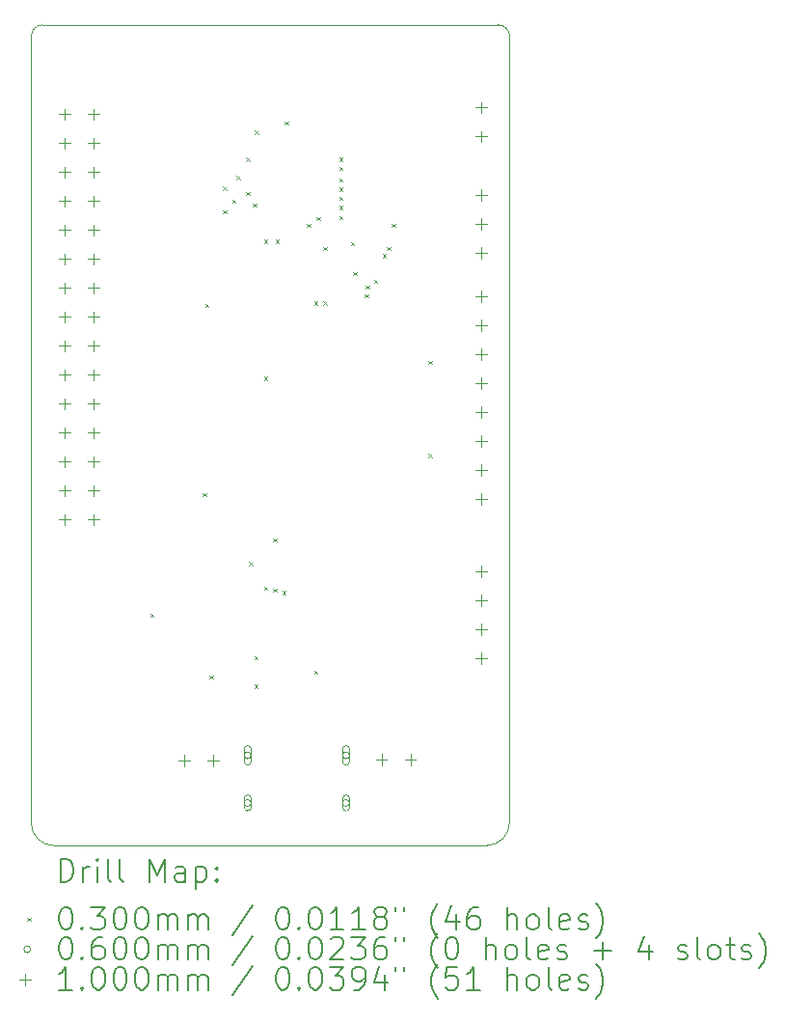
<source format=gbr>
%TF.GenerationSoftware,KiCad,Pcbnew,8.0.6*%
%TF.CreationDate,2024-12-02T04:17:25+07:00*%
%TF.ProjectId,PCB,5043422e-6b69-4636-9164-5f7063625858,rev?*%
%TF.SameCoordinates,Original*%
%TF.FileFunction,Drillmap*%
%TF.FilePolarity,Positive*%
%FSLAX45Y45*%
G04 Gerber Fmt 4.5, Leading zero omitted, Abs format (unit mm)*
G04 Created by KiCad (PCBNEW 8.0.6) date 2024-12-02 04:17:25*
%MOMM*%
%LPD*%
G01*
G04 APERTURE LIST*
%ADD10C,0.100000*%
%ADD11C,0.200000*%
G04 APERTURE END LIST*
D10*
X9800000Y-9000000D02*
G75*
G02*
X9600000Y-8800000I0J200000D01*
G01*
X13798579Y-8798579D02*
G75*
G02*
X13598579Y-8998579I-200000J0D01*
G01*
X13700000Y-1800000D02*
G75*
G02*
X13800000Y-1900000I0J-100000D01*
G01*
X9600000Y-1900000D02*
G75*
G02*
X9700000Y-1800000I100000J0D01*
G01*
X9600000Y-8800000D02*
X9600000Y-1900000D01*
X13598579Y-8998579D02*
X9800000Y-9000000D01*
X13800000Y-1900000D02*
X13798579Y-8798579D01*
X9700000Y-1800000D02*
X13700000Y-1800000D01*
D11*
D10*
X10645000Y-6965000D02*
X10675000Y-6995000D01*
X10675000Y-6965000D02*
X10645000Y-6995000D01*
X11105000Y-5905000D02*
X11135000Y-5935000D01*
X11135000Y-5905000D02*
X11105000Y-5935000D01*
X11125000Y-4245000D02*
X11155000Y-4275000D01*
X11155000Y-4245000D02*
X11125000Y-4275000D01*
X11165000Y-7505000D02*
X11195000Y-7535000D01*
X11195000Y-7505000D02*
X11165000Y-7535000D01*
X11285000Y-3218514D02*
X11315000Y-3248514D01*
X11315000Y-3218514D02*
X11285000Y-3248514D01*
X11285000Y-3425000D02*
X11315000Y-3455000D01*
X11315000Y-3425000D02*
X11285000Y-3455000D01*
X11365000Y-3331000D02*
X11395000Y-3361000D01*
X11395000Y-3331000D02*
X11365000Y-3361000D01*
X11404182Y-3125818D02*
X11434181Y-3155818D01*
X11434181Y-3125818D02*
X11404182Y-3155818D01*
X11485000Y-3265000D02*
X11515000Y-3295000D01*
X11515000Y-3265000D02*
X11485000Y-3295000D01*
X11485818Y-2964182D02*
X11515818Y-2994181D01*
X11515818Y-2964182D02*
X11485818Y-2994181D01*
X11510000Y-6510000D02*
X11540000Y-6540000D01*
X11540000Y-6510000D02*
X11510000Y-6540000D01*
X11545000Y-3365000D02*
X11575000Y-3395000D01*
X11575000Y-3365000D02*
X11545000Y-3395000D01*
X11560000Y-7335000D02*
X11590000Y-7365000D01*
X11590000Y-7335000D02*
X11560000Y-7365000D01*
X11560000Y-7585000D02*
X11590000Y-7615000D01*
X11590000Y-7585000D02*
X11560000Y-7615000D01*
X11565000Y-2725000D02*
X11595000Y-2755000D01*
X11595000Y-2725000D02*
X11565000Y-2755000D01*
X11645000Y-3685000D02*
X11675000Y-3715000D01*
X11675000Y-3685000D02*
X11645000Y-3715000D01*
X11645000Y-4885000D02*
X11675000Y-4915000D01*
X11675000Y-4885000D02*
X11645000Y-4915000D01*
X11645000Y-6725000D02*
X11675000Y-6755000D01*
X11675000Y-6725000D02*
X11645000Y-6755000D01*
X11725000Y-6305000D02*
X11755000Y-6335000D01*
X11755000Y-6305000D02*
X11725000Y-6335000D01*
X11725000Y-6745000D02*
X11755000Y-6775000D01*
X11755000Y-6745000D02*
X11725000Y-6775000D01*
X11745000Y-3685000D02*
X11775000Y-3715000D01*
X11775000Y-3685000D02*
X11745000Y-3715000D01*
X11805000Y-6765000D02*
X11835000Y-6795000D01*
X11835000Y-6765000D02*
X11805000Y-6795000D01*
X11825000Y-2645000D02*
X11855000Y-2675000D01*
X11855000Y-2645000D02*
X11825000Y-2675000D01*
X12018594Y-3545000D02*
X12048594Y-3575000D01*
X12048594Y-3545000D02*
X12018594Y-3575000D01*
X12085000Y-4225000D02*
X12115000Y-4255000D01*
X12115000Y-4225000D02*
X12085000Y-4255000D01*
X12085000Y-7465000D02*
X12115000Y-7495000D01*
X12115000Y-7465000D02*
X12085000Y-7495000D01*
X12105000Y-3485000D02*
X12135000Y-3515000D01*
X12135000Y-3485000D02*
X12105000Y-3515000D01*
X12162726Y-3745000D02*
X12192726Y-3775000D01*
X12192726Y-3745000D02*
X12162726Y-3775000D01*
X12165000Y-4225000D02*
X12195000Y-4255000D01*
X12195000Y-4225000D02*
X12165000Y-4255000D01*
X12305000Y-2965000D02*
X12335000Y-2995000D01*
X12335000Y-2965000D02*
X12305000Y-2995000D01*
X12305000Y-3045000D02*
X12335000Y-3075000D01*
X12335000Y-3045000D02*
X12305000Y-3075000D01*
X12305000Y-3145000D02*
X12335000Y-3175000D01*
X12335000Y-3145000D02*
X12305000Y-3175000D01*
X12305000Y-3225000D02*
X12335000Y-3255000D01*
X12335000Y-3225000D02*
X12305000Y-3255000D01*
X12305000Y-3305000D02*
X12335000Y-3335000D01*
X12335000Y-3305000D02*
X12305000Y-3335000D01*
X12305000Y-3385000D02*
X12335000Y-3415000D01*
X12335000Y-3385000D02*
X12305000Y-3415000D01*
X12305000Y-3475000D02*
X12335000Y-3505000D01*
X12335000Y-3475000D02*
X12305000Y-3505000D01*
X12405000Y-3705000D02*
X12435000Y-3735000D01*
X12435000Y-3705000D02*
X12405000Y-3735000D01*
X12425000Y-3965000D02*
X12455000Y-3995000D01*
X12455000Y-3965000D02*
X12425000Y-3995000D01*
X12527267Y-4160069D02*
X12557267Y-4190069D01*
X12557267Y-4160069D02*
X12527267Y-4190069D01*
X12535000Y-4085000D02*
X12565000Y-4115000D01*
X12565000Y-4085000D02*
X12535000Y-4115000D01*
X12610000Y-4035000D02*
X12640000Y-4065000D01*
X12640000Y-4035000D02*
X12610000Y-4065000D01*
X12685000Y-3810000D02*
X12715000Y-3840000D01*
X12715000Y-3810000D02*
X12685000Y-3840000D01*
X12725000Y-3745000D02*
X12755000Y-3775000D01*
X12755000Y-3745000D02*
X12725000Y-3775000D01*
X12765000Y-3545000D02*
X12795000Y-3575000D01*
X12795000Y-3545000D02*
X12765000Y-3575000D01*
X13085000Y-4745000D02*
X13115000Y-4775000D01*
X13115000Y-4745000D02*
X13085000Y-4775000D01*
X13085000Y-5565000D02*
X13115000Y-5595000D01*
X13115000Y-5565000D02*
X13085000Y-5595000D01*
X11530000Y-8207500D02*
G75*
G02*
X11470000Y-8207500I-30000J0D01*
G01*
X11470000Y-8207500D02*
G75*
G02*
X11530000Y-8207500I30000J0D01*
G01*
X11470000Y-8152500D02*
X11470000Y-8262500D01*
X11530000Y-8262500D02*
G75*
G02*
X11470000Y-8262500I-30000J0D01*
G01*
X11530000Y-8262500D02*
X11530000Y-8152500D01*
X11530000Y-8152500D02*
G75*
G03*
X11470000Y-8152500I-30000J0D01*
G01*
X11530000Y-8625500D02*
G75*
G02*
X11470000Y-8625500I-30000J0D01*
G01*
X11470000Y-8625500D02*
G75*
G02*
X11530000Y-8625500I30000J0D01*
G01*
X11470000Y-8585500D02*
X11470000Y-8665500D01*
X11530000Y-8665500D02*
G75*
G02*
X11470000Y-8665500I-30000J0D01*
G01*
X11530000Y-8665500D02*
X11530000Y-8585500D01*
X11530000Y-8585500D02*
G75*
G03*
X11470000Y-8585500I-30000J0D01*
G01*
X12394000Y-8207500D02*
G75*
G02*
X12334000Y-8207500I-30000J0D01*
G01*
X12334000Y-8207500D02*
G75*
G02*
X12394000Y-8207500I30000J0D01*
G01*
X12334000Y-8152500D02*
X12334000Y-8262500D01*
X12394000Y-8262500D02*
G75*
G02*
X12334000Y-8262500I-30000J0D01*
G01*
X12394000Y-8262500D02*
X12394000Y-8152500D01*
X12394000Y-8152500D02*
G75*
G03*
X12334000Y-8152500I-30000J0D01*
G01*
X12394000Y-8625500D02*
G75*
G02*
X12334000Y-8625500I-30000J0D01*
G01*
X12334000Y-8625500D02*
G75*
G02*
X12394000Y-8625500I30000J0D01*
G01*
X12334000Y-8585500D02*
X12334000Y-8665500D01*
X12394000Y-8665500D02*
G75*
G02*
X12334000Y-8665500I-30000J0D01*
G01*
X12394000Y-8665500D02*
X12394000Y-8585500D01*
X12394000Y-8585500D02*
G75*
G03*
X12334000Y-8585500I-30000J0D01*
G01*
X9896000Y-2534000D02*
X9896000Y-2634000D01*
X9846000Y-2584000D02*
X9946000Y-2584000D01*
X9896000Y-2788000D02*
X9896000Y-2888000D01*
X9846000Y-2838000D02*
X9946000Y-2838000D01*
X9896000Y-3042000D02*
X9896000Y-3142000D01*
X9846000Y-3092000D02*
X9946000Y-3092000D01*
X9896000Y-3296000D02*
X9896000Y-3396000D01*
X9846000Y-3346000D02*
X9946000Y-3346000D01*
X9896000Y-3550000D02*
X9896000Y-3650000D01*
X9846000Y-3600000D02*
X9946000Y-3600000D01*
X9896000Y-3804000D02*
X9896000Y-3904000D01*
X9846000Y-3854000D02*
X9946000Y-3854000D01*
X9896000Y-4058000D02*
X9896000Y-4158000D01*
X9846000Y-4108000D02*
X9946000Y-4108000D01*
X9896000Y-4312000D02*
X9896000Y-4412000D01*
X9846000Y-4362000D02*
X9946000Y-4362000D01*
X9896000Y-4566000D02*
X9896000Y-4666000D01*
X9846000Y-4616000D02*
X9946000Y-4616000D01*
X9896000Y-4820000D02*
X9896000Y-4920000D01*
X9846000Y-4870000D02*
X9946000Y-4870000D01*
X9896000Y-5074000D02*
X9896000Y-5174000D01*
X9846000Y-5124000D02*
X9946000Y-5124000D01*
X9896000Y-5328000D02*
X9896000Y-5428000D01*
X9846000Y-5378000D02*
X9946000Y-5378000D01*
X9896000Y-5582000D02*
X9896000Y-5682000D01*
X9846000Y-5632000D02*
X9946000Y-5632000D01*
X9896000Y-5836000D02*
X9896000Y-5936000D01*
X9846000Y-5886000D02*
X9946000Y-5886000D01*
X9896000Y-6090000D02*
X9896000Y-6190000D01*
X9846000Y-6140000D02*
X9946000Y-6140000D01*
X10150000Y-2534000D02*
X10150000Y-2634000D01*
X10100000Y-2584000D02*
X10200000Y-2584000D01*
X10150000Y-2788000D02*
X10150000Y-2888000D01*
X10100000Y-2838000D02*
X10200000Y-2838000D01*
X10150000Y-3042000D02*
X10150000Y-3142000D01*
X10100000Y-3092000D02*
X10200000Y-3092000D01*
X10150000Y-3296000D02*
X10150000Y-3396000D01*
X10100000Y-3346000D02*
X10200000Y-3346000D01*
X10150000Y-3550000D02*
X10150000Y-3650000D01*
X10100000Y-3600000D02*
X10200000Y-3600000D01*
X10150000Y-3804000D02*
X10150000Y-3904000D01*
X10100000Y-3854000D02*
X10200000Y-3854000D01*
X10150000Y-4058000D02*
X10150000Y-4158000D01*
X10100000Y-4108000D02*
X10200000Y-4108000D01*
X10150000Y-4312000D02*
X10150000Y-4412000D01*
X10100000Y-4362000D02*
X10200000Y-4362000D01*
X10150000Y-4566000D02*
X10150000Y-4666000D01*
X10100000Y-4616000D02*
X10200000Y-4616000D01*
X10150000Y-4820000D02*
X10150000Y-4920000D01*
X10100000Y-4870000D02*
X10200000Y-4870000D01*
X10150000Y-5074000D02*
X10150000Y-5174000D01*
X10100000Y-5124000D02*
X10200000Y-5124000D01*
X10150000Y-5328000D02*
X10150000Y-5428000D01*
X10100000Y-5378000D02*
X10200000Y-5378000D01*
X10150000Y-5582000D02*
X10150000Y-5682000D01*
X10100000Y-5632000D02*
X10200000Y-5632000D01*
X10150000Y-5836000D02*
X10150000Y-5936000D01*
X10100000Y-5886000D02*
X10200000Y-5886000D01*
X10150000Y-6090000D02*
X10150000Y-6190000D01*
X10100000Y-6140000D02*
X10200000Y-6140000D01*
X10946000Y-8200000D02*
X10946000Y-8300000D01*
X10896000Y-8250000D02*
X10996000Y-8250000D01*
X11200000Y-8200000D02*
X11200000Y-8300000D01*
X11150000Y-8250000D02*
X11250000Y-8250000D01*
X12675000Y-8197500D02*
X12675000Y-8297500D01*
X12625000Y-8247500D02*
X12725000Y-8247500D01*
X12929000Y-8197500D02*
X12929000Y-8297500D01*
X12879000Y-8247500D02*
X12979000Y-8247500D01*
X13550000Y-3242000D02*
X13550000Y-3342000D01*
X13500000Y-3292000D02*
X13600000Y-3292000D01*
X13550000Y-3496000D02*
X13550000Y-3596000D01*
X13500000Y-3546000D02*
X13600000Y-3546000D01*
X13550000Y-3750000D02*
X13550000Y-3850000D01*
X13500000Y-3800000D02*
X13600000Y-3800000D01*
X13550000Y-4130000D02*
X13550000Y-4230000D01*
X13500000Y-4180000D02*
X13600000Y-4180000D01*
X13550000Y-4384000D02*
X13550000Y-4484000D01*
X13500000Y-4434000D02*
X13600000Y-4434000D01*
X13550000Y-4638000D02*
X13550000Y-4738000D01*
X13500000Y-4688000D02*
X13600000Y-4688000D01*
X13550000Y-4892000D02*
X13550000Y-4992000D01*
X13500000Y-4942000D02*
X13600000Y-4942000D01*
X13550000Y-5146000D02*
X13550000Y-5246000D01*
X13500000Y-5196000D02*
X13600000Y-5196000D01*
X13550000Y-5400000D02*
X13550000Y-5500000D01*
X13500000Y-5450000D02*
X13600000Y-5450000D01*
X13550000Y-5654000D02*
X13550000Y-5754000D01*
X13500000Y-5704000D02*
X13600000Y-5704000D01*
X13550000Y-5908000D02*
X13550000Y-6008000D01*
X13500000Y-5958000D02*
X13600000Y-5958000D01*
X13550000Y-6546000D02*
X13550000Y-6646000D01*
X13500000Y-6596000D02*
X13600000Y-6596000D01*
X13550000Y-6800000D02*
X13550000Y-6900000D01*
X13500000Y-6850000D02*
X13600000Y-6850000D01*
X13550000Y-7054000D02*
X13550000Y-7154000D01*
X13500000Y-7104000D02*
X13600000Y-7104000D01*
X13550000Y-7308000D02*
X13550000Y-7408000D01*
X13500000Y-7358000D02*
X13600000Y-7358000D01*
X13552500Y-2475000D02*
X13552500Y-2575000D01*
X13502500Y-2525000D02*
X13602500Y-2525000D01*
X13552500Y-2729000D02*
X13552500Y-2829000D01*
X13502500Y-2779000D02*
X13602500Y-2779000D01*
D11*
X9855777Y-9316484D02*
X9855777Y-9116484D01*
X9855777Y-9116484D02*
X9903396Y-9116484D01*
X9903396Y-9116484D02*
X9931967Y-9126008D01*
X9931967Y-9126008D02*
X9951015Y-9145055D01*
X9951015Y-9145055D02*
X9960539Y-9164103D01*
X9960539Y-9164103D02*
X9970063Y-9202198D01*
X9970063Y-9202198D02*
X9970063Y-9230769D01*
X9970063Y-9230769D02*
X9960539Y-9268865D01*
X9960539Y-9268865D02*
X9951015Y-9287912D01*
X9951015Y-9287912D02*
X9931967Y-9306960D01*
X9931967Y-9306960D02*
X9903396Y-9316484D01*
X9903396Y-9316484D02*
X9855777Y-9316484D01*
X10055777Y-9316484D02*
X10055777Y-9183150D01*
X10055777Y-9221246D02*
X10065301Y-9202198D01*
X10065301Y-9202198D02*
X10074824Y-9192674D01*
X10074824Y-9192674D02*
X10093872Y-9183150D01*
X10093872Y-9183150D02*
X10112920Y-9183150D01*
X10179586Y-9316484D02*
X10179586Y-9183150D01*
X10179586Y-9116484D02*
X10170063Y-9126008D01*
X10170063Y-9126008D02*
X10179586Y-9135531D01*
X10179586Y-9135531D02*
X10189110Y-9126008D01*
X10189110Y-9126008D02*
X10179586Y-9116484D01*
X10179586Y-9116484D02*
X10179586Y-9135531D01*
X10303396Y-9316484D02*
X10284348Y-9306960D01*
X10284348Y-9306960D02*
X10274824Y-9287912D01*
X10274824Y-9287912D02*
X10274824Y-9116484D01*
X10408158Y-9316484D02*
X10389110Y-9306960D01*
X10389110Y-9306960D02*
X10379586Y-9287912D01*
X10379586Y-9287912D02*
X10379586Y-9116484D01*
X10636729Y-9316484D02*
X10636729Y-9116484D01*
X10636729Y-9116484D02*
X10703396Y-9259341D01*
X10703396Y-9259341D02*
X10770063Y-9116484D01*
X10770063Y-9116484D02*
X10770063Y-9316484D01*
X10951015Y-9316484D02*
X10951015Y-9211722D01*
X10951015Y-9211722D02*
X10941491Y-9192674D01*
X10941491Y-9192674D02*
X10922444Y-9183150D01*
X10922444Y-9183150D02*
X10884348Y-9183150D01*
X10884348Y-9183150D02*
X10865301Y-9192674D01*
X10951015Y-9306960D02*
X10931967Y-9316484D01*
X10931967Y-9316484D02*
X10884348Y-9316484D01*
X10884348Y-9316484D02*
X10865301Y-9306960D01*
X10865301Y-9306960D02*
X10855777Y-9287912D01*
X10855777Y-9287912D02*
X10855777Y-9268865D01*
X10855777Y-9268865D02*
X10865301Y-9249817D01*
X10865301Y-9249817D02*
X10884348Y-9240293D01*
X10884348Y-9240293D02*
X10931967Y-9240293D01*
X10931967Y-9240293D02*
X10951015Y-9230769D01*
X11046253Y-9183150D02*
X11046253Y-9383150D01*
X11046253Y-9192674D02*
X11065301Y-9183150D01*
X11065301Y-9183150D02*
X11103396Y-9183150D01*
X11103396Y-9183150D02*
X11122444Y-9192674D01*
X11122444Y-9192674D02*
X11131967Y-9202198D01*
X11131967Y-9202198D02*
X11141491Y-9221246D01*
X11141491Y-9221246D02*
X11141491Y-9278388D01*
X11141491Y-9278388D02*
X11131967Y-9297436D01*
X11131967Y-9297436D02*
X11122444Y-9306960D01*
X11122444Y-9306960D02*
X11103396Y-9316484D01*
X11103396Y-9316484D02*
X11065301Y-9316484D01*
X11065301Y-9316484D02*
X11046253Y-9306960D01*
X11227205Y-9297436D02*
X11236729Y-9306960D01*
X11236729Y-9306960D02*
X11227205Y-9316484D01*
X11227205Y-9316484D02*
X11217682Y-9306960D01*
X11217682Y-9306960D02*
X11227205Y-9297436D01*
X11227205Y-9297436D02*
X11227205Y-9316484D01*
X11227205Y-9192674D02*
X11236729Y-9202198D01*
X11236729Y-9202198D02*
X11227205Y-9211722D01*
X11227205Y-9211722D02*
X11217682Y-9202198D01*
X11217682Y-9202198D02*
X11227205Y-9192674D01*
X11227205Y-9192674D02*
X11227205Y-9211722D01*
D10*
X9565000Y-9630000D02*
X9595000Y-9660000D01*
X9595000Y-9630000D02*
X9565000Y-9660000D01*
D11*
X9893872Y-9536484D02*
X9912920Y-9536484D01*
X9912920Y-9536484D02*
X9931967Y-9546008D01*
X9931967Y-9546008D02*
X9941491Y-9555531D01*
X9941491Y-9555531D02*
X9951015Y-9574579D01*
X9951015Y-9574579D02*
X9960539Y-9612674D01*
X9960539Y-9612674D02*
X9960539Y-9660293D01*
X9960539Y-9660293D02*
X9951015Y-9698388D01*
X9951015Y-9698388D02*
X9941491Y-9717436D01*
X9941491Y-9717436D02*
X9931967Y-9726960D01*
X9931967Y-9726960D02*
X9912920Y-9736484D01*
X9912920Y-9736484D02*
X9893872Y-9736484D01*
X9893872Y-9736484D02*
X9874824Y-9726960D01*
X9874824Y-9726960D02*
X9865301Y-9717436D01*
X9865301Y-9717436D02*
X9855777Y-9698388D01*
X9855777Y-9698388D02*
X9846253Y-9660293D01*
X9846253Y-9660293D02*
X9846253Y-9612674D01*
X9846253Y-9612674D02*
X9855777Y-9574579D01*
X9855777Y-9574579D02*
X9865301Y-9555531D01*
X9865301Y-9555531D02*
X9874824Y-9546008D01*
X9874824Y-9546008D02*
X9893872Y-9536484D01*
X10046253Y-9717436D02*
X10055777Y-9726960D01*
X10055777Y-9726960D02*
X10046253Y-9736484D01*
X10046253Y-9736484D02*
X10036729Y-9726960D01*
X10036729Y-9726960D02*
X10046253Y-9717436D01*
X10046253Y-9717436D02*
X10046253Y-9736484D01*
X10122444Y-9536484D02*
X10246253Y-9536484D01*
X10246253Y-9536484D02*
X10179586Y-9612674D01*
X10179586Y-9612674D02*
X10208158Y-9612674D01*
X10208158Y-9612674D02*
X10227205Y-9622198D01*
X10227205Y-9622198D02*
X10236729Y-9631722D01*
X10236729Y-9631722D02*
X10246253Y-9650769D01*
X10246253Y-9650769D02*
X10246253Y-9698388D01*
X10246253Y-9698388D02*
X10236729Y-9717436D01*
X10236729Y-9717436D02*
X10227205Y-9726960D01*
X10227205Y-9726960D02*
X10208158Y-9736484D01*
X10208158Y-9736484D02*
X10151015Y-9736484D01*
X10151015Y-9736484D02*
X10131967Y-9726960D01*
X10131967Y-9726960D02*
X10122444Y-9717436D01*
X10370063Y-9536484D02*
X10389110Y-9536484D01*
X10389110Y-9536484D02*
X10408158Y-9546008D01*
X10408158Y-9546008D02*
X10417682Y-9555531D01*
X10417682Y-9555531D02*
X10427205Y-9574579D01*
X10427205Y-9574579D02*
X10436729Y-9612674D01*
X10436729Y-9612674D02*
X10436729Y-9660293D01*
X10436729Y-9660293D02*
X10427205Y-9698388D01*
X10427205Y-9698388D02*
X10417682Y-9717436D01*
X10417682Y-9717436D02*
X10408158Y-9726960D01*
X10408158Y-9726960D02*
X10389110Y-9736484D01*
X10389110Y-9736484D02*
X10370063Y-9736484D01*
X10370063Y-9736484D02*
X10351015Y-9726960D01*
X10351015Y-9726960D02*
X10341491Y-9717436D01*
X10341491Y-9717436D02*
X10331967Y-9698388D01*
X10331967Y-9698388D02*
X10322444Y-9660293D01*
X10322444Y-9660293D02*
X10322444Y-9612674D01*
X10322444Y-9612674D02*
X10331967Y-9574579D01*
X10331967Y-9574579D02*
X10341491Y-9555531D01*
X10341491Y-9555531D02*
X10351015Y-9546008D01*
X10351015Y-9546008D02*
X10370063Y-9536484D01*
X10560539Y-9536484D02*
X10579586Y-9536484D01*
X10579586Y-9536484D02*
X10598634Y-9546008D01*
X10598634Y-9546008D02*
X10608158Y-9555531D01*
X10608158Y-9555531D02*
X10617682Y-9574579D01*
X10617682Y-9574579D02*
X10627205Y-9612674D01*
X10627205Y-9612674D02*
X10627205Y-9660293D01*
X10627205Y-9660293D02*
X10617682Y-9698388D01*
X10617682Y-9698388D02*
X10608158Y-9717436D01*
X10608158Y-9717436D02*
X10598634Y-9726960D01*
X10598634Y-9726960D02*
X10579586Y-9736484D01*
X10579586Y-9736484D02*
X10560539Y-9736484D01*
X10560539Y-9736484D02*
X10541491Y-9726960D01*
X10541491Y-9726960D02*
X10531967Y-9717436D01*
X10531967Y-9717436D02*
X10522444Y-9698388D01*
X10522444Y-9698388D02*
X10512920Y-9660293D01*
X10512920Y-9660293D02*
X10512920Y-9612674D01*
X10512920Y-9612674D02*
X10522444Y-9574579D01*
X10522444Y-9574579D02*
X10531967Y-9555531D01*
X10531967Y-9555531D02*
X10541491Y-9546008D01*
X10541491Y-9546008D02*
X10560539Y-9536484D01*
X10712920Y-9736484D02*
X10712920Y-9603150D01*
X10712920Y-9622198D02*
X10722444Y-9612674D01*
X10722444Y-9612674D02*
X10741491Y-9603150D01*
X10741491Y-9603150D02*
X10770063Y-9603150D01*
X10770063Y-9603150D02*
X10789110Y-9612674D01*
X10789110Y-9612674D02*
X10798634Y-9631722D01*
X10798634Y-9631722D02*
X10798634Y-9736484D01*
X10798634Y-9631722D02*
X10808158Y-9612674D01*
X10808158Y-9612674D02*
X10827205Y-9603150D01*
X10827205Y-9603150D02*
X10855777Y-9603150D01*
X10855777Y-9603150D02*
X10874825Y-9612674D01*
X10874825Y-9612674D02*
X10884348Y-9631722D01*
X10884348Y-9631722D02*
X10884348Y-9736484D01*
X10979586Y-9736484D02*
X10979586Y-9603150D01*
X10979586Y-9622198D02*
X10989110Y-9612674D01*
X10989110Y-9612674D02*
X11008158Y-9603150D01*
X11008158Y-9603150D02*
X11036729Y-9603150D01*
X11036729Y-9603150D02*
X11055777Y-9612674D01*
X11055777Y-9612674D02*
X11065301Y-9631722D01*
X11065301Y-9631722D02*
X11065301Y-9736484D01*
X11065301Y-9631722D02*
X11074825Y-9612674D01*
X11074825Y-9612674D02*
X11093872Y-9603150D01*
X11093872Y-9603150D02*
X11122444Y-9603150D01*
X11122444Y-9603150D02*
X11141491Y-9612674D01*
X11141491Y-9612674D02*
X11151015Y-9631722D01*
X11151015Y-9631722D02*
X11151015Y-9736484D01*
X11541491Y-9526960D02*
X11370063Y-9784103D01*
X11798634Y-9536484D02*
X11817682Y-9536484D01*
X11817682Y-9536484D02*
X11836729Y-9546008D01*
X11836729Y-9546008D02*
X11846253Y-9555531D01*
X11846253Y-9555531D02*
X11855777Y-9574579D01*
X11855777Y-9574579D02*
X11865301Y-9612674D01*
X11865301Y-9612674D02*
X11865301Y-9660293D01*
X11865301Y-9660293D02*
X11855777Y-9698388D01*
X11855777Y-9698388D02*
X11846253Y-9717436D01*
X11846253Y-9717436D02*
X11836729Y-9726960D01*
X11836729Y-9726960D02*
X11817682Y-9736484D01*
X11817682Y-9736484D02*
X11798634Y-9736484D01*
X11798634Y-9736484D02*
X11779586Y-9726960D01*
X11779586Y-9726960D02*
X11770063Y-9717436D01*
X11770063Y-9717436D02*
X11760539Y-9698388D01*
X11760539Y-9698388D02*
X11751015Y-9660293D01*
X11751015Y-9660293D02*
X11751015Y-9612674D01*
X11751015Y-9612674D02*
X11760539Y-9574579D01*
X11760539Y-9574579D02*
X11770063Y-9555531D01*
X11770063Y-9555531D02*
X11779586Y-9546008D01*
X11779586Y-9546008D02*
X11798634Y-9536484D01*
X11951015Y-9717436D02*
X11960539Y-9726960D01*
X11960539Y-9726960D02*
X11951015Y-9736484D01*
X11951015Y-9736484D02*
X11941491Y-9726960D01*
X11941491Y-9726960D02*
X11951015Y-9717436D01*
X11951015Y-9717436D02*
X11951015Y-9736484D01*
X12084348Y-9536484D02*
X12103396Y-9536484D01*
X12103396Y-9536484D02*
X12122444Y-9546008D01*
X12122444Y-9546008D02*
X12131967Y-9555531D01*
X12131967Y-9555531D02*
X12141491Y-9574579D01*
X12141491Y-9574579D02*
X12151015Y-9612674D01*
X12151015Y-9612674D02*
X12151015Y-9660293D01*
X12151015Y-9660293D02*
X12141491Y-9698388D01*
X12141491Y-9698388D02*
X12131967Y-9717436D01*
X12131967Y-9717436D02*
X12122444Y-9726960D01*
X12122444Y-9726960D02*
X12103396Y-9736484D01*
X12103396Y-9736484D02*
X12084348Y-9736484D01*
X12084348Y-9736484D02*
X12065301Y-9726960D01*
X12065301Y-9726960D02*
X12055777Y-9717436D01*
X12055777Y-9717436D02*
X12046253Y-9698388D01*
X12046253Y-9698388D02*
X12036729Y-9660293D01*
X12036729Y-9660293D02*
X12036729Y-9612674D01*
X12036729Y-9612674D02*
X12046253Y-9574579D01*
X12046253Y-9574579D02*
X12055777Y-9555531D01*
X12055777Y-9555531D02*
X12065301Y-9546008D01*
X12065301Y-9546008D02*
X12084348Y-9536484D01*
X12341491Y-9736484D02*
X12227206Y-9736484D01*
X12284348Y-9736484D02*
X12284348Y-9536484D01*
X12284348Y-9536484D02*
X12265301Y-9565055D01*
X12265301Y-9565055D02*
X12246253Y-9584103D01*
X12246253Y-9584103D02*
X12227206Y-9593627D01*
X12531967Y-9736484D02*
X12417682Y-9736484D01*
X12474825Y-9736484D02*
X12474825Y-9536484D01*
X12474825Y-9536484D02*
X12455777Y-9565055D01*
X12455777Y-9565055D02*
X12436729Y-9584103D01*
X12436729Y-9584103D02*
X12417682Y-9593627D01*
X12646253Y-9622198D02*
X12627206Y-9612674D01*
X12627206Y-9612674D02*
X12617682Y-9603150D01*
X12617682Y-9603150D02*
X12608158Y-9584103D01*
X12608158Y-9584103D02*
X12608158Y-9574579D01*
X12608158Y-9574579D02*
X12617682Y-9555531D01*
X12617682Y-9555531D02*
X12627206Y-9546008D01*
X12627206Y-9546008D02*
X12646253Y-9536484D01*
X12646253Y-9536484D02*
X12684348Y-9536484D01*
X12684348Y-9536484D02*
X12703396Y-9546008D01*
X12703396Y-9546008D02*
X12712920Y-9555531D01*
X12712920Y-9555531D02*
X12722444Y-9574579D01*
X12722444Y-9574579D02*
X12722444Y-9584103D01*
X12722444Y-9584103D02*
X12712920Y-9603150D01*
X12712920Y-9603150D02*
X12703396Y-9612674D01*
X12703396Y-9612674D02*
X12684348Y-9622198D01*
X12684348Y-9622198D02*
X12646253Y-9622198D01*
X12646253Y-9622198D02*
X12627206Y-9631722D01*
X12627206Y-9631722D02*
X12617682Y-9641246D01*
X12617682Y-9641246D02*
X12608158Y-9660293D01*
X12608158Y-9660293D02*
X12608158Y-9698388D01*
X12608158Y-9698388D02*
X12617682Y-9717436D01*
X12617682Y-9717436D02*
X12627206Y-9726960D01*
X12627206Y-9726960D02*
X12646253Y-9736484D01*
X12646253Y-9736484D02*
X12684348Y-9736484D01*
X12684348Y-9736484D02*
X12703396Y-9726960D01*
X12703396Y-9726960D02*
X12712920Y-9717436D01*
X12712920Y-9717436D02*
X12722444Y-9698388D01*
X12722444Y-9698388D02*
X12722444Y-9660293D01*
X12722444Y-9660293D02*
X12712920Y-9641246D01*
X12712920Y-9641246D02*
X12703396Y-9631722D01*
X12703396Y-9631722D02*
X12684348Y-9622198D01*
X12798634Y-9536484D02*
X12798634Y-9574579D01*
X12874825Y-9536484D02*
X12874825Y-9574579D01*
X13170063Y-9812674D02*
X13160539Y-9803150D01*
X13160539Y-9803150D02*
X13141491Y-9774579D01*
X13141491Y-9774579D02*
X13131968Y-9755531D01*
X13131968Y-9755531D02*
X13122444Y-9726960D01*
X13122444Y-9726960D02*
X13112920Y-9679341D01*
X13112920Y-9679341D02*
X13112920Y-9641246D01*
X13112920Y-9641246D02*
X13122444Y-9593627D01*
X13122444Y-9593627D02*
X13131968Y-9565055D01*
X13131968Y-9565055D02*
X13141491Y-9546008D01*
X13141491Y-9546008D02*
X13160539Y-9517436D01*
X13160539Y-9517436D02*
X13170063Y-9507912D01*
X13331968Y-9603150D02*
X13331968Y-9736484D01*
X13284348Y-9526960D02*
X13236729Y-9669817D01*
X13236729Y-9669817D02*
X13360539Y-9669817D01*
X13522444Y-9536484D02*
X13484348Y-9536484D01*
X13484348Y-9536484D02*
X13465301Y-9546008D01*
X13465301Y-9546008D02*
X13455777Y-9555531D01*
X13455777Y-9555531D02*
X13436729Y-9584103D01*
X13436729Y-9584103D02*
X13427206Y-9622198D01*
X13427206Y-9622198D02*
X13427206Y-9698388D01*
X13427206Y-9698388D02*
X13436729Y-9717436D01*
X13436729Y-9717436D02*
X13446253Y-9726960D01*
X13446253Y-9726960D02*
X13465301Y-9736484D01*
X13465301Y-9736484D02*
X13503396Y-9736484D01*
X13503396Y-9736484D02*
X13522444Y-9726960D01*
X13522444Y-9726960D02*
X13531968Y-9717436D01*
X13531968Y-9717436D02*
X13541491Y-9698388D01*
X13541491Y-9698388D02*
X13541491Y-9650769D01*
X13541491Y-9650769D02*
X13531968Y-9631722D01*
X13531968Y-9631722D02*
X13522444Y-9622198D01*
X13522444Y-9622198D02*
X13503396Y-9612674D01*
X13503396Y-9612674D02*
X13465301Y-9612674D01*
X13465301Y-9612674D02*
X13446253Y-9622198D01*
X13446253Y-9622198D02*
X13436729Y-9631722D01*
X13436729Y-9631722D02*
X13427206Y-9650769D01*
X13779587Y-9736484D02*
X13779587Y-9536484D01*
X13865301Y-9736484D02*
X13865301Y-9631722D01*
X13865301Y-9631722D02*
X13855777Y-9612674D01*
X13855777Y-9612674D02*
X13836730Y-9603150D01*
X13836730Y-9603150D02*
X13808158Y-9603150D01*
X13808158Y-9603150D02*
X13789110Y-9612674D01*
X13789110Y-9612674D02*
X13779587Y-9622198D01*
X13989110Y-9736484D02*
X13970063Y-9726960D01*
X13970063Y-9726960D02*
X13960539Y-9717436D01*
X13960539Y-9717436D02*
X13951015Y-9698388D01*
X13951015Y-9698388D02*
X13951015Y-9641246D01*
X13951015Y-9641246D02*
X13960539Y-9622198D01*
X13960539Y-9622198D02*
X13970063Y-9612674D01*
X13970063Y-9612674D02*
X13989110Y-9603150D01*
X13989110Y-9603150D02*
X14017682Y-9603150D01*
X14017682Y-9603150D02*
X14036730Y-9612674D01*
X14036730Y-9612674D02*
X14046253Y-9622198D01*
X14046253Y-9622198D02*
X14055777Y-9641246D01*
X14055777Y-9641246D02*
X14055777Y-9698388D01*
X14055777Y-9698388D02*
X14046253Y-9717436D01*
X14046253Y-9717436D02*
X14036730Y-9726960D01*
X14036730Y-9726960D02*
X14017682Y-9736484D01*
X14017682Y-9736484D02*
X13989110Y-9736484D01*
X14170063Y-9736484D02*
X14151015Y-9726960D01*
X14151015Y-9726960D02*
X14141491Y-9707912D01*
X14141491Y-9707912D02*
X14141491Y-9536484D01*
X14322444Y-9726960D02*
X14303396Y-9736484D01*
X14303396Y-9736484D02*
X14265301Y-9736484D01*
X14265301Y-9736484D02*
X14246253Y-9726960D01*
X14246253Y-9726960D02*
X14236730Y-9707912D01*
X14236730Y-9707912D02*
X14236730Y-9631722D01*
X14236730Y-9631722D02*
X14246253Y-9612674D01*
X14246253Y-9612674D02*
X14265301Y-9603150D01*
X14265301Y-9603150D02*
X14303396Y-9603150D01*
X14303396Y-9603150D02*
X14322444Y-9612674D01*
X14322444Y-9612674D02*
X14331968Y-9631722D01*
X14331968Y-9631722D02*
X14331968Y-9650769D01*
X14331968Y-9650769D02*
X14236730Y-9669817D01*
X14408158Y-9726960D02*
X14427206Y-9736484D01*
X14427206Y-9736484D02*
X14465301Y-9736484D01*
X14465301Y-9736484D02*
X14484349Y-9726960D01*
X14484349Y-9726960D02*
X14493872Y-9707912D01*
X14493872Y-9707912D02*
X14493872Y-9698388D01*
X14493872Y-9698388D02*
X14484349Y-9679341D01*
X14484349Y-9679341D02*
X14465301Y-9669817D01*
X14465301Y-9669817D02*
X14436730Y-9669817D01*
X14436730Y-9669817D02*
X14417682Y-9660293D01*
X14417682Y-9660293D02*
X14408158Y-9641246D01*
X14408158Y-9641246D02*
X14408158Y-9631722D01*
X14408158Y-9631722D02*
X14417682Y-9612674D01*
X14417682Y-9612674D02*
X14436730Y-9603150D01*
X14436730Y-9603150D02*
X14465301Y-9603150D01*
X14465301Y-9603150D02*
X14484349Y-9612674D01*
X14560539Y-9812674D02*
X14570063Y-9803150D01*
X14570063Y-9803150D02*
X14589111Y-9774579D01*
X14589111Y-9774579D02*
X14598634Y-9755531D01*
X14598634Y-9755531D02*
X14608158Y-9726960D01*
X14608158Y-9726960D02*
X14617682Y-9679341D01*
X14617682Y-9679341D02*
X14617682Y-9641246D01*
X14617682Y-9641246D02*
X14608158Y-9593627D01*
X14608158Y-9593627D02*
X14598634Y-9565055D01*
X14598634Y-9565055D02*
X14589111Y-9546008D01*
X14589111Y-9546008D02*
X14570063Y-9517436D01*
X14570063Y-9517436D02*
X14560539Y-9507912D01*
D10*
X9595000Y-9909000D02*
G75*
G02*
X9535000Y-9909000I-30000J0D01*
G01*
X9535000Y-9909000D02*
G75*
G02*
X9595000Y-9909000I30000J0D01*
G01*
D11*
X9893872Y-9800484D02*
X9912920Y-9800484D01*
X9912920Y-9800484D02*
X9931967Y-9810008D01*
X9931967Y-9810008D02*
X9941491Y-9819531D01*
X9941491Y-9819531D02*
X9951015Y-9838579D01*
X9951015Y-9838579D02*
X9960539Y-9876674D01*
X9960539Y-9876674D02*
X9960539Y-9924293D01*
X9960539Y-9924293D02*
X9951015Y-9962388D01*
X9951015Y-9962388D02*
X9941491Y-9981436D01*
X9941491Y-9981436D02*
X9931967Y-9990960D01*
X9931967Y-9990960D02*
X9912920Y-10000484D01*
X9912920Y-10000484D02*
X9893872Y-10000484D01*
X9893872Y-10000484D02*
X9874824Y-9990960D01*
X9874824Y-9990960D02*
X9865301Y-9981436D01*
X9865301Y-9981436D02*
X9855777Y-9962388D01*
X9855777Y-9962388D02*
X9846253Y-9924293D01*
X9846253Y-9924293D02*
X9846253Y-9876674D01*
X9846253Y-9876674D02*
X9855777Y-9838579D01*
X9855777Y-9838579D02*
X9865301Y-9819531D01*
X9865301Y-9819531D02*
X9874824Y-9810008D01*
X9874824Y-9810008D02*
X9893872Y-9800484D01*
X10046253Y-9981436D02*
X10055777Y-9990960D01*
X10055777Y-9990960D02*
X10046253Y-10000484D01*
X10046253Y-10000484D02*
X10036729Y-9990960D01*
X10036729Y-9990960D02*
X10046253Y-9981436D01*
X10046253Y-9981436D02*
X10046253Y-10000484D01*
X10227205Y-9800484D02*
X10189110Y-9800484D01*
X10189110Y-9800484D02*
X10170063Y-9810008D01*
X10170063Y-9810008D02*
X10160539Y-9819531D01*
X10160539Y-9819531D02*
X10141491Y-9848103D01*
X10141491Y-9848103D02*
X10131967Y-9886198D01*
X10131967Y-9886198D02*
X10131967Y-9962388D01*
X10131967Y-9962388D02*
X10141491Y-9981436D01*
X10141491Y-9981436D02*
X10151015Y-9990960D01*
X10151015Y-9990960D02*
X10170063Y-10000484D01*
X10170063Y-10000484D02*
X10208158Y-10000484D01*
X10208158Y-10000484D02*
X10227205Y-9990960D01*
X10227205Y-9990960D02*
X10236729Y-9981436D01*
X10236729Y-9981436D02*
X10246253Y-9962388D01*
X10246253Y-9962388D02*
X10246253Y-9914769D01*
X10246253Y-9914769D02*
X10236729Y-9895722D01*
X10236729Y-9895722D02*
X10227205Y-9886198D01*
X10227205Y-9886198D02*
X10208158Y-9876674D01*
X10208158Y-9876674D02*
X10170063Y-9876674D01*
X10170063Y-9876674D02*
X10151015Y-9886198D01*
X10151015Y-9886198D02*
X10141491Y-9895722D01*
X10141491Y-9895722D02*
X10131967Y-9914769D01*
X10370063Y-9800484D02*
X10389110Y-9800484D01*
X10389110Y-9800484D02*
X10408158Y-9810008D01*
X10408158Y-9810008D02*
X10417682Y-9819531D01*
X10417682Y-9819531D02*
X10427205Y-9838579D01*
X10427205Y-9838579D02*
X10436729Y-9876674D01*
X10436729Y-9876674D02*
X10436729Y-9924293D01*
X10436729Y-9924293D02*
X10427205Y-9962388D01*
X10427205Y-9962388D02*
X10417682Y-9981436D01*
X10417682Y-9981436D02*
X10408158Y-9990960D01*
X10408158Y-9990960D02*
X10389110Y-10000484D01*
X10389110Y-10000484D02*
X10370063Y-10000484D01*
X10370063Y-10000484D02*
X10351015Y-9990960D01*
X10351015Y-9990960D02*
X10341491Y-9981436D01*
X10341491Y-9981436D02*
X10331967Y-9962388D01*
X10331967Y-9962388D02*
X10322444Y-9924293D01*
X10322444Y-9924293D02*
X10322444Y-9876674D01*
X10322444Y-9876674D02*
X10331967Y-9838579D01*
X10331967Y-9838579D02*
X10341491Y-9819531D01*
X10341491Y-9819531D02*
X10351015Y-9810008D01*
X10351015Y-9810008D02*
X10370063Y-9800484D01*
X10560539Y-9800484D02*
X10579586Y-9800484D01*
X10579586Y-9800484D02*
X10598634Y-9810008D01*
X10598634Y-9810008D02*
X10608158Y-9819531D01*
X10608158Y-9819531D02*
X10617682Y-9838579D01*
X10617682Y-9838579D02*
X10627205Y-9876674D01*
X10627205Y-9876674D02*
X10627205Y-9924293D01*
X10627205Y-9924293D02*
X10617682Y-9962388D01*
X10617682Y-9962388D02*
X10608158Y-9981436D01*
X10608158Y-9981436D02*
X10598634Y-9990960D01*
X10598634Y-9990960D02*
X10579586Y-10000484D01*
X10579586Y-10000484D02*
X10560539Y-10000484D01*
X10560539Y-10000484D02*
X10541491Y-9990960D01*
X10541491Y-9990960D02*
X10531967Y-9981436D01*
X10531967Y-9981436D02*
X10522444Y-9962388D01*
X10522444Y-9962388D02*
X10512920Y-9924293D01*
X10512920Y-9924293D02*
X10512920Y-9876674D01*
X10512920Y-9876674D02*
X10522444Y-9838579D01*
X10522444Y-9838579D02*
X10531967Y-9819531D01*
X10531967Y-9819531D02*
X10541491Y-9810008D01*
X10541491Y-9810008D02*
X10560539Y-9800484D01*
X10712920Y-10000484D02*
X10712920Y-9867150D01*
X10712920Y-9886198D02*
X10722444Y-9876674D01*
X10722444Y-9876674D02*
X10741491Y-9867150D01*
X10741491Y-9867150D02*
X10770063Y-9867150D01*
X10770063Y-9867150D02*
X10789110Y-9876674D01*
X10789110Y-9876674D02*
X10798634Y-9895722D01*
X10798634Y-9895722D02*
X10798634Y-10000484D01*
X10798634Y-9895722D02*
X10808158Y-9876674D01*
X10808158Y-9876674D02*
X10827205Y-9867150D01*
X10827205Y-9867150D02*
X10855777Y-9867150D01*
X10855777Y-9867150D02*
X10874825Y-9876674D01*
X10874825Y-9876674D02*
X10884348Y-9895722D01*
X10884348Y-9895722D02*
X10884348Y-10000484D01*
X10979586Y-10000484D02*
X10979586Y-9867150D01*
X10979586Y-9886198D02*
X10989110Y-9876674D01*
X10989110Y-9876674D02*
X11008158Y-9867150D01*
X11008158Y-9867150D02*
X11036729Y-9867150D01*
X11036729Y-9867150D02*
X11055777Y-9876674D01*
X11055777Y-9876674D02*
X11065301Y-9895722D01*
X11065301Y-9895722D02*
X11065301Y-10000484D01*
X11065301Y-9895722D02*
X11074825Y-9876674D01*
X11074825Y-9876674D02*
X11093872Y-9867150D01*
X11093872Y-9867150D02*
X11122444Y-9867150D01*
X11122444Y-9867150D02*
X11141491Y-9876674D01*
X11141491Y-9876674D02*
X11151015Y-9895722D01*
X11151015Y-9895722D02*
X11151015Y-10000484D01*
X11541491Y-9790960D02*
X11370063Y-10048103D01*
X11798634Y-9800484D02*
X11817682Y-9800484D01*
X11817682Y-9800484D02*
X11836729Y-9810008D01*
X11836729Y-9810008D02*
X11846253Y-9819531D01*
X11846253Y-9819531D02*
X11855777Y-9838579D01*
X11855777Y-9838579D02*
X11865301Y-9876674D01*
X11865301Y-9876674D02*
X11865301Y-9924293D01*
X11865301Y-9924293D02*
X11855777Y-9962388D01*
X11855777Y-9962388D02*
X11846253Y-9981436D01*
X11846253Y-9981436D02*
X11836729Y-9990960D01*
X11836729Y-9990960D02*
X11817682Y-10000484D01*
X11817682Y-10000484D02*
X11798634Y-10000484D01*
X11798634Y-10000484D02*
X11779586Y-9990960D01*
X11779586Y-9990960D02*
X11770063Y-9981436D01*
X11770063Y-9981436D02*
X11760539Y-9962388D01*
X11760539Y-9962388D02*
X11751015Y-9924293D01*
X11751015Y-9924293D02*
X11751015Y-9876674D01*
X11751015Y-9876674D02*
X11760539Y-9838579D01*
X11760539Y-9838579D02*
X11770063Y-9819531D01*
X11770063Y-9819531D02*
X11779586Y-9810008D01*
X11779586Y-9810008D02*
X11798634Y-9800484D01*
X11951015Y-9981436D02*
X11960539Y-9990960D01*
X11960539Y-9990960D02*
X11951015Y-10000484D01*
X11951015Y-10000484D02*
X11941491Y-9990960D01*
X11941491Y-9990960D02*
X11951015Y-9981436D01*
X11951015Y-9981436D02*
X11951015Y-10000484D01*
X12084348Y-9800484D02*
X12103396Y-9800484D01*
X12103396Y-9800484D02*
X12122444Y-9810008D01*
X12122444Y-9810008D02*
X12131967Y-9819531D01*
X12131967Y-9819531D02*
X12141491Y-9838579D01*
X12141491Y-9838579D02*
X12151015Y-9876674D01*
X12151015Y-9876674D02*
X12151015Y-9924293D01*
X12151015Y-9924293D02*
X12141491Y-9962388D01*
X12141491Y-9962388D02*
X12131967Y-9981436D01*
X12131967Y-9981436D02*
X12122444Y-9990960D01*
X12122444Y-9990960D02*
X12103396Y-10000484D01*
X12103396Y-10000484D02*
X12084348Y-10000484D01*
X12084348Y-10000484D02*
X12065301Y-9990960D01*
X12065301Y-9990960D02*
X12055777Y-9981436D01*
X12055777Y-9981436D02*
X12046253Y-9962388D01*
X12046253Y-9962388D02*
X12036729Y-9924293D01*
X12036729Y-9924293D02*
X12036729Y-9876674D01*
X12036729Y-9876674D02*
X12046253Y-9838579D01*
X12046253Y-9838579D02*
X12055777Y-9819531D01*
X12055777Y-9819531D02*
X12065301Y-9810008D01*
X12065301Y-9810008D02*
X12084348Y-9800484D01*
X12227206Y-9819531D02*
X12236729Y-9810008D01*
X12236729Y-9810008D02*
X12255777Y-9800484D01*
X12255777Y-9800484D02*
X12303396Y-9800484D01*
X12303396Y-9800484D02*
X12322444Y-9810008D01*
X12322444Y-9810008D02*
X12331967Y-9819531D01*
X12331967Y-9819531D02*
X12341491Y-9838579D01*
X12341491Y-9838579D02*
X12341491Y-9857627D01*
X12341491Y-9857627D02*
X12331967Y-9886198D01*
X12331967Y-9886198D02*
X12217682Y-10000484D01*
X12217682Y-10000484D02*
X12341491Y-10000484D01*
X12408158Y-9800484D02*
X12531967Y-9800484D01*
X12531967Y-9800484D02*
X12465301Y-9876674D01*
X12465301Y-9876674D02*
X12493872Y-9876674D01*
X12493872Y-9876674D02*
X12512920Y-9886198D01*
X12512920Y-9886198D02*
X12522444Y-9895722D01*
X12522444Y-9895722D02*
X12531967Y-9914769D01*
X12531967Y-9914769D02*
X12531967Y-9962388D01*
X12531967Y-9962388D02*
X12522444Y-9981436D01*
X12522444Y-9981436D02*
X12512920Y-9990960D01*
X12512920Y-9990960D02*
X12493872Y-10000484D01*
X12493872Y-10000484D02*
X12436729Y-10000484D01*
X12436729Y-10000484D02*
X12417682Y-9990960D01*
X12417682Y-9990960D02*
X12408158Y-9981436D01*
X12703396Y-9800484D02*
X12665301Y-9800484D01*
X12665301Y-9800484D02*
X12646253Y-9810008D01*
X12646253Y-9810008D02*
X12636729Y-9819531D01*
X12636729Y-9819531D02*
X12617682Y-9848103D01*
X12617682Y-9848103D02*
X12608158Y-9886198D01*
X12608158Y-9886198D02*
X12608158Y-9962388D01*
X12608158Y-9962388D02*
X12617682Y-9981436D01*
X12617682Y-9981436D02*
X12627206Y-9990960D01*
X12627206Y-9990960D02*
X12646253Y-10000484D01*
X12646253Y-10000484D02*
X12684348Y-10000484D01*
X12684348Y-10000484D02*
X12703396Y-9990960D01*
X12703396Y-9990960D02*
X12712920Y-9981436D01*
X12712920Y-9981436D02*
X12722444Y-9962388D01*
X12722444Y-9962388D02*
X12722444Y-9914769D01*
X12722444Y-9914769D02*
X12712920Y-9895722D01*
X12712920Y-9895722D02*
X12703396Y-9886198D01*
X12703396Y-9886198D02*
X12684348Y-9876674D01*
X12684348Y-9876674D02*
X12646253Y-9876674D01*
X12646253Y-9876674D02*
X12627206Y-9886198D01*
X12627206Y-9886198D02*
X12617682Y-9895722D01*
X12617682Y-9895722D02*
X12608158Y-9914769D01*
X12798634Y-9800484D02*
X12798634Y-9838579D01*
X12874825Y-9800484D02*
X12874825Y-9838579D01*
X13170063Y-10076674D02*
X13160539Y-10067150D01*
X13160539Y-10067150D02*
X13141491Y-10038579D01*
X13141491Y-10038579D02*
X13131968Y-10019531D01*
X13131968Y-10019531D02*
X13122444Y-9990960D01*
X13122444Y-9990960D02*
X13112920Y-9943341D01*
X13112920Y-9943341D02*
X13112920Y-9905246D01*
X13112920Y-9905246D02*
X13122444Y-9857627D01*
X13122444Y-9857627D02*
X13131968Y-9829055D01*
X13131968Y-9829055D02*
X13141491Y-9810008D01*
X13141491Y-9810008D02*
X13160539Y-9781436D01*
X13160539Y-9781436D02*
X13170063Y-9771912D01*
X13284348Y-9800484D02*
X13303396Y-9800484D01*
X13303396Y-9800484D02*
X13322444Y-9810008D01*
X13322444Y-9810008D02*
X13331968Y-9819531D01*
X13331968Y-9819531D02*
X13341491Y-9838579D01*
X13341491Y-9838579D02*
X13351015Y-9876674D01*
X13351015Y-9876674D02*
X13351015Y-9924293D01*
X13351015Y-9924293D02*
X13341491Y-9962388D01*
X13341491Y-9962388D02*
X13331968Y-9981436D01*
X13331968Y-9981436D02*
X13322444Y-9990960D01*
X13322444Y-9990960D02*
X13303396Y-10000484D01*
X13303396Y-10000484D02*
X13284348Y-10000484D01*
X13284348Y-10000484D02*
X13265301Y-9990960D01*
X13265301Y-9990960D02*
X13255777Y-9981436D01*
X13255777Y-9981436D02*
X13246253Y-9962388D01*
X13246253Y-9962388D02*
X13236729Y-9924293D01*
X13236729Y-9924293D02*
X13236729Y-9876674D01*
X13236729Y-9876674D02*
X13246253Y-9838579D01*
X13246253Y-9838579D02*
X13255777Y-9819531D01*
X13255777Y-9819531D02*
X13265301Y-9810008D01*
X13265301Y-9810008D02*
X13284348Y-9800484D01*
X13589110Y-10000484D02*
X13589110Y-9800484D01*
X13674825Y-10000484D02*
X13674825Y-9895722D01*
X13674825Y-9895722D02*
X13665301Y-9876674D01*
X13665301Y-9876674D02*
X13646253Y-9867150D01*
X13646253Y-9867150D02*
X13617682Y-9867150D01*
X13617682Y-9867150D02*
X13598634Y-9876674D01*
X13598634Y-9876674D02*
X13589110Y-9886198D01*
X13798634Y-10000484D02*
X13779587Y-9990960D01*
X13779587Y-9990960D02*
X13770063Y-9981436D01*
X13770063Y-9981436D02*
X13760539Y-9962388D01*
X13760539Y-9962388D02*
X13760539Y-9905246D01*
X13760539Y-9905246D02*
X13770063Y-9886198D01*
X13770063Y-9886198D02*
X13779587Y-9876674D01*
X13779587Y-9876674D02*
X13798634Y-9867150D01*
X13798634Y-9867150D02*
X13827206Y-9867150D01*
X13827206Y-9867150D02*
X13846253Y-9876674D01*
X13846253Y-9876674D02*
X13855777Y-9886198D01*
X13855777Y-9886198D02*
X13865301Y-9905246D01*
X13865301Y-9905246D02*
X13865301Y-9962388D01*
X13865301Y-9962388D02*
X13855777Y-9981436D01*
X13855777Y-9981436D02*
X13846253Y-9990960D01*
X13846253Y-9990960D02*
X13827206Y-10000484D01*
X13827206Y-10000484D02*
X13798634Y-10000484D01*
X13979587Y-10000484D02*
X13960539Y-9990960D01*
X13960539Y-9990960D02*
X13951015Y-9971912D01*
X13951015Y-9971912D02*
X13951015Y-9800484D01*
X14131968Y-9990960D02*
X14112920Y-10000484D01*
X14112920Y-10000484D02*
X14074825Y-10000484D01*
X14074825Y-10000484D02*
X14055777Y-9990960D01*
X14055777Y-9990960D02*
X14046253Y-9971912D01*
X14046253Y-9971912D02*
X14046253Y-9895722D01*
X14046253Y-9895722D02*
X14055777Y-9876674D01*
X14055777Y-9876674D02*
X14074825Y-9867150D01*
X14074825Y-9867150D02*
X14112920Y-9867150D01*
X14112920Y-9867150D02*
X14131968Y-9876674D01*
X14131968Y-9876674D02*
X14141491Y-9895722D01*
X14141491Y-9895722D02*
X14141491Y-9914769D01*
X14141491Y-9914769D02*
X14046253Y-9933817D01*
X14217682Y-9990960D02*
X14236730Y-10000484D01*
X14236730Y-10000484D02*
X14274825Y-10000484D01*
X14274825Y-10000484D02*
X14293872Y-9990960D01*
X14293872Y-9990960D02*
X14303396Y-9971912D01*
X14303396Y-9971912D02*
X14303396Y-9962388D01*
X14303396Y-9962388D02*
X14293872Y-9943341D01*
X14293872Y-9943341D02*
X14274825Y-9933817D01*
X14274825Y-9933817D02*
X14246253Y-9933817D01*
X14246253Y-9933817D02*
X14227206Y-9924293D01*
X14227206Y-9924293D02*
X14217682Y-9905246D01*
X14217682Y-9905246D02*
X14217682Y-9895722D01*
X14217682Y-9895722D02*
X14227206Y-9876674D01*
X14227206Y-9876674D02*
X14246253Y-9867150D01*
X14246253Y-9867150D02*
X14274825Y-9867150D01*
X14274825Y-9867150D02*
X14293872Y-9876674D01*
X14541492Y-9924293D02*
X14693873Y-9924293D01*
X14617682Y-10000484D02*
X14617682Y-9848103D01*
X15027206Y-9867150D02*
X15027206Y-10000484D01*
X14979587Y-9790960D02*
X14931968Y-9933817D01*
X14931968Y-9933817D02*
X15055777Y-9933817D01*
X15274825Y-9990960D02*
X15293873Y-10000484D01*
X15293873Y-10000484D02*
X15331968Y-10000484D01*
X15331968Y-10000484D02*
X15351015Y-9990960D01*
X15351015Y-9990960D02*
X15360539Y-9971912D01*
X15360539Y-9971912D02*
X15360539Y-9962388D01*
X15360539Y-9962388D02*
X15351015Y-9943341D01*
X15351015Y-9943341D02*
X15331968Y-9933817D01*
X15331968Y-9933817D02*
X15303396Y-9933817D01*
X15303396Y-9933817D02*
X15284349Y-9924293D01*
X15284349Y-9924293D02*
X15274825Y-9905246D01*
X15274825Y-9905246D02*
X15274825Y-9895722D01*
X15274825Y-9895722D02*
X15284349Y-9876674D01*
X15284349Y-9876674D02*
X15303396Y-9867150D01*
X15303396Y-9867150D02*
X15331968Y-9867150D01*
X15331968Y-9867150D02*
X15351015Y-9876674D01*
X15474825Y-10000484D02*
X15455777Y-9990960D01*
X15455777Y-9990960D02*
X15446254Y-9971912D01*
X15446254Y-9971912D02*
X15446254Y-9800484D01*
X15579587Y-10000484D02*
X15560539Y-9990960D01*
X15560539Y-9990960D02*
X15551015Y-9981436D01*
X15551015Y-9981436D02*
X15541492Y-9962388D01*
X15541492Y-9962388D02*
X15541492Y-9905246D01*
X15541492Y-9905246D02*
X15551015Y-9886198D01*
X15551015Y-9886198D02*
X15560539Y-9876674D01*
X15560539Y-9876674D02*
X15579587Y-9867150D01*
X15579587Y-9867150D02*
X15608158Y-9867150D01*
X15608158Y-9867150D02*
X15627206Y-9876674D01*
X15627206Y-9876674D02*
X15636730Y-9886198D01*
X15636730Y-9886198D02*
X15646254Y-9905246D01*
X15646254Y-9905246D02*
X15646254Y-9962388D01*
X15646254Y-9962388D02*
X15636730Y-9981436D01*
X15636730Y-9981436D02*
X15627206Y-9990960D01*
X15627206Y-9990960D02*
X15608158Y-10000484D01*
X15608158Y-10000484D02*
X15579587Y-10000484D01*
X15703396Y-9867150D02*
X15779587Y-9867150D01*
X15731968Y-9800484D02*
X15731968Y-9971912D01*
X15731968Y-9971912D02*
X15741492Y-9990960D01*
X15741492Y-9990960D02*
X15760539Y-10000484D01*
X15760539Y-10000484D02*
X15779587Y-10000484D01*
X15836730Y-9990960D02*
X15855777Y-10000484D01*
X15855777Y-10000484D02*
X15893873Y-10000484D01*
X15893873Y-10000484D02*
X15912920Y-9990960D01*
X15912920Y-9990960D02*
X15922444Y-9971912D01*
X15922444Y-9971912D02*
X15922444Y-9962388D01*
X15922444Y-9962388D02*
X15912920Y-9943341D01*
X15912920Y-9943341D02*
X15893873Y-9933817D01*
X15893873Y-9933817D02*
X15865301Y-9933817D01*
X15865301Y-9933817D02*
X15846254Y-9924293D01*
X15846254Y-9924293D02*
X15836730Y-9905246D01*
X15836730Y-9905246D02*
X15836730Y-9895722D01*
X15836730Y-9895722D02*
X15846254Y-9876674D01*
X15846254Y-9876674D02*
X15865301Y-9867150D01*
X15865301Y-9867150D02*
X15893873Y-9867150D01*
X15893873Y-9867150D02*
X15912920Y-9876674D01*
X15989111Y-10076674D02*
X15998635Y-10067150D01*
X15998635Y-10067150D02*
X16017682Y-10038579D01*
X16017682Y-10038579D02*
X16027206Y-10019531D01*
X16027206Y-10019531D02*
X16036730Y-9990960D01*
X16036730Y-9990960D02*
X16046254Y-9943341D01*
X16046254Y-9943341D02*
X16046254Y-9905246D01*
X16046254Y-9905246D02*
X16036730Y-9857627D01*
X16036730Y-9857627D02*
X16027206Y-9829055D01*
X16027206Y-9829055D02*
X16017682Y-9810008D01*
X16017682Y-9810008D02*
X15998635Y-9781436D01*
X15998635Y-9781436D02*
X15989111Y-9771912D01*
D10*
X9545000Y-10123000D02*
X9545000Y-10223000D01*
X9495000Y-10173000D02*
X9595000Y-10173000D01*
D11*
X9960539Y-10264484D02*
X9846253Y-10264484D01*
X9903396Y-10264484D02*
X9903396Y-10064484D01*
X9903396Y-10064484D02*
X9884348Y-10093055D01*
X9884348Y-10093055D02*
X9865301Y-10112103D01*
X9865301Y-10112103D02*
X9846253Y-10121627D01*
X10046253Y-10245436D02*
X10055777Y-10254960D01*
X10055777Y-10254960D02*
X10046253Y-10264484D01*
X10046253Y-10264484D02*
X10036729Y-10254960D01*
X10036729Y-10254960D02*
X10046253Y-10245436D01*
X10046253Y-10245436D02*
X10046253Y-10264484D01*
X10179586Y-10064484D02*
X10198634Y-10064484D01*
X10198634Y-10064484D02*
X10217682Y-10074008D01*
X10217682Y-10074008D02*
X10227205Y-10083531D01*
X10227205Y-10083531D02*
X10236729Y-10102579D01*
X10236729Y-10102579D02*
X10246253Y-10140674D01*
X10246253Y-10140674D02*
X10246253Y-10188293D01*
X10246253Y-10188293D02*
X10236729Y-10226388D01*
X10236729Y-10226388D02*
X10227205Y-10245436D01*
X10227205Y-10245436D02*
X10217682Y-10254960D01*
X10217682Y-10254960D02*
X10198634Y-10264484D01*
X10198634Y-10264484D02*
X10179586Y-10264484D01*
X10179586Y-10264484D02*
X10160539Y-10254960D01*
X10160539Y-10254960D02*
X10151015Y-10245436D01*
X10151015Y-10245436D02*
X10141491Y-10226388D01*
X10141491Y-10226388D02*
X10131967Y-10188293D01*
X10131967Y-10188293D02*
X10131967Y-10140674D01*
X10131967Y-10140674D02*
X10141491Y-10102579D01*
X10141491Y-10102579D02*
X10151015Y-10083531D01*
X10151015Y-10083531D02*
X10160539Y-10074008D01*
X10160539Y-10074008D02*
X10179586Y-10064484D01*
X10370063Y-10064484D02*
X10389110Y-10064484D01*
X10389110Y-10064484D02*
X10408158Y-10074008D01*
X10408158Y-10074008D02*
X10417682Y-10083531D01*
X10417682Y-10083531D02*
X10427205Y-10102579D01*
X10427205Y-10102579D02*
X10436729Y-10140674D01*
X10436729Y-10140674D02*
X10436729Y-10188293D01*
X10436729Y-10188293D02*
X10427205Y-10226388D01*
X10427205Y-10226388D02*
X10417682Y-10245436D01*
X10417682Y-10245436D02*
X10408158Y-10254960D01*
X10408158Y-10254960D02*
X10389110Y-10264484D01*
X10389110Y-10264484D02*
X10370063Y-10264484D01*
X10370063Y-10264484D02*
X10351015Y-10254960D01*
X10351015Y-10254960D02*
X10341491Y-10245436D01*
X10341491Y-10245436D02*
X10331967Y-10226388D01*
X10331967Y-10226388D02*
X10322444Y-10188293D01*
X10322444Y-10188293D02*
X10322444Y-10140674D01*
X10322444Y-10140674D02*
X10331967Y-10102579D01*
X10331967Y-10102579D02*
X10341491Y-10083531D01*
X10341491Y-10083531D02*
X10351015Y-10074008D01*
X10351015Y-10074008D02*
X10370063Y-10064484D01*
X10560539Y-10064484D02*
X10579586Y-10064484D01*
X10579586Y-10064484D02*
X10598634Y-10074008D01*
X10598634Y-10074008D02*
X10608158Y-10083531D01*
X10608158Y-10083531D02*
X10617682Y-10102579D01*
X10617682Y-10102579D02*
X10627205Y-10140674D01*
X10627205Y-10140674D02*
X10627205Y-10188293D01*
X10627205Y-10188293D02*
X10617682Y-10226388D01*
X10617682Y-10226388D02*
X10608158Y-10245436D01*
X10608158Y-10245436D02*
X10598634Y-10254960D01*
X10598634Y-10254960D02*
X10579586Y-10264484D01*
X10579586Y-10264484D02*
X10560539Y-10264484D01*
X10560539Y-10264484D02*
X10541491Y-10254960D01*
X10541491Y-10254960D02*
X10531967Y-10245436D01*
X10531967Y-10245436D02*
X10522444Y-10226388D01*
X10522444Y-10226388D02*
X10512920Y-10188293D01*
X10512920Y-10188293D02*
X10512920Y-10140674D01*
X10512920Y-10140674D02*
X10522444Y-10102579D01*
X10522444Y-10102579D02*
X10531967Y-10083531D01*
X10531967Y-10083531D02*
X10541491Y-10074008D01*
X10541491Y-10074008D02*
X10560539Y-10064484D01*
X10712920Y-10264484D02*
X10712920Y-10131150D01*
X10712920Y-10150198D02*
X10722444Y-10140674D01*
X10722444Y-10140674D02*
X10741491Y-10131150D01*
X10741491Y-10131150D02*
X10770063Y-10131150D01*
X10770063Y-10131150D02*
X10789110Y-10140674D01*
X10789110Y-10140674D02*
X10798634Y-10159722D01*
X10798634Y-10159722D02*
X10798634Y-10264484D01*
X10798634Y-10159722D02*
X10808158Y-10140674D01*
X10808158Y-10140674D02*
X10827205Y-10131150D01*
X10827205Y-10131150D02*
X10855777Y-10131150D01*
X10855777Y-10131150D02*
X10874825Y-10140674D01*
X10874825Y-10140674D02*
X10884348Y-10159722D01*
X10884348Y-10159722D02*
X10884348Y-10264484D01*
X10979586Y-10264484D02*
X10979586Y-10131150D01*
X10979586Y-10150198D02*
X10989110Y-10140674D01*
X10989110Y-10140674D02*
X11008158Y-10131150D01*
X11008158Y-10131150D02*
X11036729Y-10131150D01*
X11036729Y-10131150D02*
X11055777Y-10140674D01*
X11055777Y-10140674D02*
X11065301Y-10159722D01*
X11065301Y-10159722D02*
X11065301Y-10264484D01*
X11065301Y-10159722D02*
X11074825Y-10140674D01*
X11074825Y-10140674D02*
X11093872Y-10131150D01*
X11093872Y-10131150D02*
X11122444Y-10131150D01*
X11122444Y-10131150D02*
X11141491Y-10140674D01*
X11141491Y-10140674D02*
X11151015Y-10159722D01*
X11151015Y-10159722D02*
X11151015Y-10264484D01*
X11541491Y-10054960D02*
X11370063Y-10312103D01*
X11798634Y-10064484D02*
X11817682Y-10064484D01*
X11817682Y-10064484D02*
X11836729Y-10074008D01*
X11836729Y-10074008D02*
X11846253Y-10083531D01*
X11846253Y-10083531D02*
X11855777Y-10102579D01*
X11855777Y-10102579D02*
X11865301Y-10140674D01*
X11865301Y-10140674D02*
X11865301Y-10188293D01*
X11865301Y-10188293D02*
X11855777Y-10226388D01*
X11855777Y-10226388D02*
X11846253Y-10245436D01*
X11846253Y-10245436D02*
X11836729Y-10254960D01*
X11836729Y-10254960D02*
X11817682Y-10264484D01*
X11817682Y-10264484D02*
X11798634Y-10264484D01*
X11798634Y-10264484D02*
X11779586Y-10254960D01*
X11779586Y-10254960D02*
X11770063Y-10245436D01*
X11770063Y-10245436D02*
X11760539Y-10226388D01*
X11760539Y-10226388D02*
X11751015Y-10188293D01*
X11751015Y-10188293D02*
X11751015Y-10140674D01*
X11751015Y-10140674D02*
X11760539Y-10102579D01*
X11760539Y-10102579D02*
X11770063Y-10083531D01*
X11770063Y-10083531D02*
X11779586Y-10074008D01*
X11779586Y-10074008D02*
X11798634Y-10064484D01*
X11951015Y-10245436D02*
X11960539Y-10254960D01*
X11960539Y-10254960D02*
X11951015Y-10264484D01*
X11951015Y-10264484D02*
X11941491Y-10254960D01*
X11941491Y-10254960D02*
X11951015Y-10245436D01*
X11951015Y-10245436D02*
X11951015Y-10264484D01*
X12084348Y-10064484D02*
X12103396Y-10064484D01*
X12103396Y-10064484D02*
X12122444Y-10074008D01*
X12122444Y-10074008D02*
X12131967Y-10083531D01*
X12131967Y-10083531D02*
X12141491Y-10102579D01*
X12141491Y-10102579D02*
X12151015Y-10140674D01*
X12151015Y-10140674D02*
X12151015Y-10188293D01*
X12151015Y-10188293D02*
X12141491Y-10226388D01*
X12141491Y-10226388D02*
X12131967Y-10245436D01*
X12131967Y-10245436D02*
X12122444Y-10254960D01*
X12122444Y-10254960D02*
X12103396Y-10264484D01*
X12103396Y-10264484D02*
X12084348Y-10264484D01*
X12084348Y-10264484D02*
X12065301Y-10254960D01*
X12065301Y-10254960D02*
X12055777Y-10245436D01*
X12055777Y-10245436D02*
X12046253Y-10226388D01*
X12046253Y-10226388D02*
X12036729Y-10188293D01*
X12036729Y-10188293D02*
X12036729Y-10140674D01*
X12036729Y-10140674D02*
X12046253Y-10102579D01*
X12046253Y-10102579D02*
X12055777Y-10083531D01*
X12055777Y-10083531D02*
X12065301Y-10074008D01*
X12065301Y-10074008D02*
X12084348Y-10064484D01*
X12217682Y-10064484D02*
X12341491Y-10064484D01*
X12341491Y-10064484D02*
X12274825Y-10140674D01*
X12274825Y-10140674D02*
X12303396Y-10140674D01*
X12303396Y-10140674D02*
X12322444Y-10150198D01*
X12322444Y-10150198D02*
X12331967Y-10159722D01*
X12331967Y-10159722D02*
X12341491Y-10178769D01*
X12341491Y-10178769D02*
X12341491Y-10226388D01*
X12341491Y-10226388D02*
X12331967Y-10245436D01*
X12331967Y-10245436D02*
X12322444Y-10254960D01*
X12322444Y-10254960D02*
X12303396Y-10264484D01*
X12303396Y-10264484D02*
X12246253Y-10264484D01*
X12246253Y-10264484D02*
X12227206Y-10254960D01*
X12227206Y-10254960D02*
X12217682Y-10245436D01*
X12436729Y-10264484D02*
X12474825Y-10264484D01*
X12474825Y-10264484D02*
X12493872Y-10254960D01*
X12493872Y-10254960D02*
X12503396Y-10245436D01*
X12503396Y-10245436D02*
X12522444Y-10216865D01*
X12522444Y-10216865D02*
X12531967Y-10178769D01*
X12531967Y-10178769D02*
X12531967Y-10102579D01*
X12531967Y-10102579D02*
X12522444Y-10083531D01*
X12522444Y-10083531D02*
X12512920Y-10074008D01*
X12512920Y-10074008D02*
X12493872Y-10064484D01*
X12493872Y-10064484D02*
X12455777Y-10064484D01*
X12455777Y-10064484D02*
X12436729Y-10074008D01*
X12436729Y-10074008D02*
X12427206Y-10083531D01*
X12427206Y-10083531D02*
X12417682Y-10102579D01*
X12417682Y-10102579D02*
X12417682Y-10150198D01*
X12417682Y-10150198D02*
X12427206Y-10169246D01*
X12427206Y-10169246D02*
X12436729Y-10178769D01*
X12436729Y-10178769D02*
X12455777Y-10188293D01*
X12455777Y-10188293D02*
X12493872Y-10188293D01*
X12493872Y-10188293D02*
X12512920Y-10178769D01*
X12512920Y-10178769D02*
X12522444Y-10169246D01*
X12522444Y-10169246D02*
X12531967Y-10150198D01*
X12703396Y-10131150D02*
X12703396Y-10264484D01*
X12655777Y-10054960D02*
X12608158Y-10197817D01*
X12608158Y-10197817D02*
X12731967Y-10197817D01*
X12798634Y-10064484D02*
X12798634Y-10102579D01*
X12874825Y-10064484D02*
X12874825Y-10102579D01*
X13170063Y-10340674D02*
X13160539Y-10331150D01*
X13160539Y-10331150D02*
X13141491Y-10302579D01*
X13141491Y-10302579D02*
X13131968Y-10283531D01*
X13131968Y-10283531D02*
X13122444Y-10254960D01*
X13122444Y-10254960D02*
X13112920Y-10207341D01*
X13112920Y-10207341D02*
X13112920Y-10169246D01*
X13112920Y-10169246D02*
X13122444Y-10121627D01*
X13122444Y-10121627D02*
X13131968Y-10093055D01*
X13131968Y-10093055D02*
X13141491Y-10074008D01*
X13141491Y-10074008D02*
X13160539Y-10045436D01*
X13160539Y-10045436D02*
X13170063Y-10035912D01*
X13341491Y-10064484D02*
X13246253Y-10064484D01*
X13246253Y-10064484D02*
X13236729Y-10159722D01*
X13236729Y-10159722D02*
X13246253Y-10150198D01*
X13246253Y-10150198D02*
X13265301Y-10140674D01*
X13265301Y-10140674D02*
X13312920Y-10140674D01*
X13312920Y-10140674D02*
X13331968Y-10150198D01*
X13331968Y-10150198D02*
X13341491Y-10159722D01*
X13341491Y-10159722D02*
X13351015Y-10178769D01*
X13351015Y-10178769D02*
X13351015Y-10226388D01*
X13351015Y-10226388D02*
X13341491Y-10245436D01*
X13341491Y-10245436D02*
X13331968Y-10254960D01*
X13331968Y-10254960D02*
X13312920Y-10264484D01*
X13312920Y-10264484D02*
X13265301Y-10264484D01*
X13265301Y-10264484D02*
X13246253Y-10254960D01*
X13246253Y-10254960D02*
X13236729Y-10245436D01*
X13541491Y-10264484D02*
X13427206Y-10264484D01*
X13484348Y-10264484D02*
X13484348Y-10064484D01*
X13484348Y-10064484D02*
X13465301Y-10093055D01*
X13465301Y-10093055D02*
X13446253Y-10112103D01*
X13446253Y-10112103D02*
X13427206Y-10121627D01*
X13779587Y-10264484D02*
X13779587Y-10064484D01*
X13865301Y-10264484D02*
X13865301Y-10159722D01*
X13865301Y-10159722D02*
X13855777Y-10140674D01*
X13855777Y-10140674D02*
X13836730Y-10131150D01*
X13836730Y-10131150D02*
X13808158Y-10131150D01*
X13808158Y-10131150D02*
X13789110Y-10140674D01*
X13789110Y-10140674D02*
X13779587Y-10150198D01*
X13989110Y-10264484D02*
X13970063Y-10254960D01*
X13970063Y-10254960D02*
X13960539Y-10245436D01*
X13960539Y-10245436D02*
X13951015Y-10226388D01*
X13951015Y-10226388D02*
X13951015Y-10169246D01*
X13951015Y-10169246D02*
X13960539Y-10150198D01*
X13960539Y-10150198D02*
X13970063Y-10140674D01*
X13970063Y-10140674D02*
X13989110Y-10131150D01*
X13989110Y-10131150D02*
X14017682Y-10131150D01*
X14017682Y-10131150D02*
X14036730Y-10140674D01*
X14036730Y-10140674D02*
X14046253Y-10150198D01*
X14046253Y-10150198D02*
X14055777Y-10169246D01*
X14055777Y-10169246D02*
X14055777Y-10226388D01*
X14055777Y-10226388D02*
X14046253Y-10245436D01*
X14046253Y-10245436D02*
X14036730Y-10254960D01*
X14036730Y-10254960D02*
X14017682Y-10264484D01*
X14017682Y-10264484D02*
X13989110Y-10264484D01*
X14170063Y-10264484D02*
X14151015Y-10254960D01*
X14151015Y-10254960D02*
X14141491Y-10235912D01*
X14141491Y-10235912D02*
X14141491Y-10064484D01*
X14322444Y-10254960D02*
X14303396Y-10264484D01*
X14303396Y-10264484D02*
X14265301Y-10264484D01*
X14265301Y-10264484D02*
X14246253Y-10254960D01*
X14246253Y-10254960D02*
X14236730Y-10235912D01*
X14236730Y-10235912D02*
X14236730Y-10159722D01*
X14236730Y-10159722D02*
X14246253Y-10140674D01*
X14246253Y-10140674D02*
X14265301Y-10131150D01*
X14265301Y-10131150D02*
X14303396Y-10131150D01*
X14303396Y-10131150D02*
X14322444Y-10140674D01*
X14322444Y-10140674D02*
X14331968Y-10159722D01*
X14331968Y-10159722D02*
X14331968Y-10178769D01*
X14331968Y-10178769D02*
X14236730Y-10197817D01*
X14408158Y-10254960D02*
X14427206Y-10264484D01*
X14427206Y-10264484D02*
X14465301Y-10264484D01*
X14465301Y-10264484D02*
X14484349Y-10254960D01*
X14484349Y-10254960D02*
X14493872Y-10235912D01*
X14493872Y-10235912D02*
X14493872Y-10226388D01*
X14493872Y-10226388D02*
X14484349Y-10207341D01*
X14484349Y-10207341D02*
X14465301Y-10197817D01*
X14465301Y-10197817D02*
X14436730Y-10197817D01*
X14436730Y-10197817D02*
X14417682Y-10188293D01*
X14417682Y-10188293D02*
X14408158Y-10169246D01*
X14408158Y-10169246D02*
X14408158Y-10159722D01*
X14408158Y-10159722D02*
X14417682Y-10140674D01*
X14417682Y-10140674D02*
X14436730Y-10131150D01*
X14436730Y-10131150D02*
X14465301Y-10131150D01*
X14465301Y-10131150D02*
X14484349Y-10140674D01*
X14560539Y-10340674D02*
X14570063Y-10331150D01*
X14570063Y-10331150D02*
X14589111Y-10302579D01*
X14589111Y-10302579D02*
X14598634Y-10283531D01*
X14598634Y-10283531D02*
X14608158Y-10254960D01*
X14608158Y-10254960D02*
X14617682Y-10207341D01*
X14617682Y-10207341D02*
X14617682Y-10169246D01*
X14617682Y-10169246D02*
X14608158Y-10121627D01*
X14608158Y-10121627D02*
X14598634Y-10093055D01*
X14598634Y-10093055D02*
X14589111Y-10074008D01*
X14589111Y-10074008D02*
X14570063Y-10045436D01*
X14570063Y-10045436D02*
X14560539Y-10035912D01*
M02*

</source>
